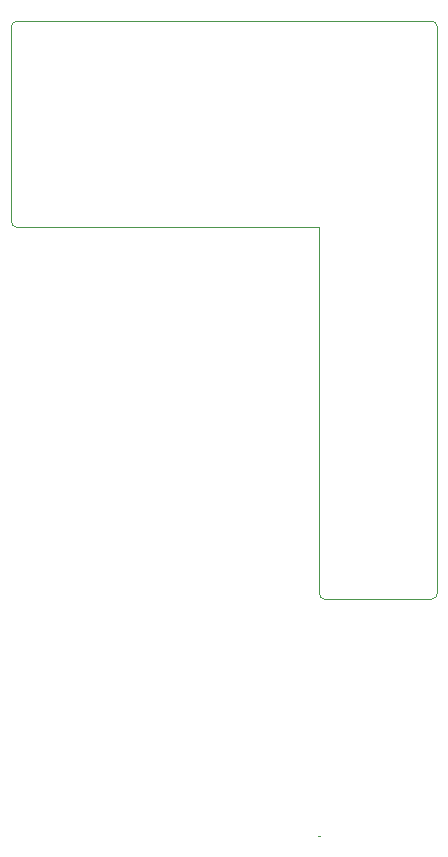
<source format=gbr>
G04 (created by PCBNEW (2013-jul-07)-stable) date mar 17 mar 2015 12:17:25 CET*
%MOIN*%
G04 Gerber Fmt 3.4, Leading zero omitted, Abs format*
%FSLAX34Y34*%
G01*
G70*
G90*
G04 APERTURE LIST*
%ADD10C,0.00629921*%
%ADD11C,0.00393701*%
G04 APERTURE END LIST*
G54D10*
G54D11*
X1502Y-12087D02*
X1502Y6778D01*
X-2238Y-12287D02*
X1302Y-12287D01*
X-2443Y108D02*
X-2638Y108D01*
X-2443Y-357D02*
X-2443Y108D01*
X-2443Y-12087D02*
X-2443Y-357D01*
X-12701Y6786D02*
X-12701Y306D01*
X-12501Y6986D02*
X1298Y6986D01*
X-12501Y6986D02*
G75*
G03X-12701Y6786I0J-200D01*
G74*
G01*
X-12441Y106D02*
X-12501Y106D01*
X-12701Y306D02*
G75*
G03X-12501Y106I200J0D01*
G74*
G01*
X-12441Y106D02*
X-11961Y106D01*
X-2641Y106D02*
X-12441Y106D01*
X-2441Y-12088D02*
G75*
G03X-2241Y-12288I200J0D01*
G74*
G01*
X1303Y-12288D02*
G75*
G03X1503Y-12088I0J200D01*
G74*
G01*
X1498Y6786D02*
G75*
G03X1298Y6986I-200J0D01*
G74*
G01*
X-2422Y-20180D02*
X-2461Y-20180D01*
M02*

</source>
